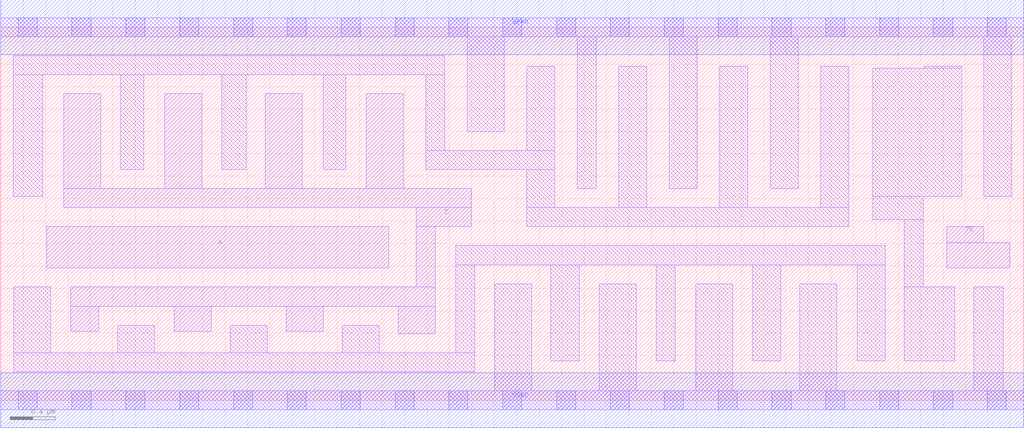
<source format=lef>
# Copyright 2020 The SkyWater PDK Authors
#
# Licensed under the Apache License, Version 2.0 (the "License");
# you may not use this file except in compliance with the License.
# You may obtain a copy of the License at
#
#     https://www.apache.org/licenses/LICENSE-2.0
#
# Unless required by applicable law or agreed to in writing, software
# distributed under the License is distributed on an "AS IS" BASIS,
# WITHOUT WARRANTIES OR CONDITIONS OF ANY KIND, either express or implied.
# See the License for the specific language governing permissions and
# limitations under the License.
#
# SPDX-License-Identifier: Apache-2.0

VERSION 5.7 ;
  NOWIREEXTENSIONATPIN ON ;
  DIVIDERCHAR "/" ;
  BUSBITCHARS "[]" ;
UNITS
  DATABASE MICRONS 200 ;
END UNITS
MACRO sky130_fd_sc_ms__einvp_8
  CLASS CORE ;
  FOREIGN sky130_fd_sc_ms__einvp_8 ;
  ORIGIN  0.000000  0.000000 ;
  SIZE  9.120000 BY  3.330000 ;
  SYMMETRY X Y ;
  SITE unit ;
  PIN A
    ANTENNAGATEAREA  2.500800 ;
    DIRECTION INPUT ;
    USE SIGNAL ;
    PORT
      LAYER li1 ;
        RECT 0.410000 1.180000 3.460000 1.550000 ;
    END
  END A
  PIN TE
    ANTENNAGATEAREA  1.200600 ;
    DIRECTION INPUT ;
    USE SIGNAL ;
    PORT
      LAYER li1 ;
        RECT 8.435000 1.180000 8.995000 1.410000 ;
        RECT 8.435000 1.410000 8.765000 1.550000 ;
    END
  END TE
  PIN Z
    ANTENNADIFFAREA  2.193800 ;
    DIRECTION OUTPUT ;
    USE SIGNAL ;
    PORT
      LAYER li1 ;
        RECT 0.560000 1.720000 4.195000 1.890000 ;
        RECT 0.560000 1.890000 0.890000 2.735000 ;
        RECT 0.625000 0.615000 0.875000 0.840000 ;
        RECT 0.625000 0.840000 3.875000 1.010000 ;
        RECT 1.460000 1.890000 1.790000 2.735000 ;
        RECT 1.545000 0.615000 1.875000 0.840000 ;
        RECT 2.360000 1.890000 2.690000 2.735000 ;
        RECT 2.545000 0.615000 2.875000 0.840000 ;
        RECT 3.260000 1.890000 3.590000 2.735000 ;
        RECT 3.545000 0.595000 3.875000 0.840000 ;
        RECT 3.705000 1.010000 3.875000 1.550000 ;
        RECT 3.705000 1.550000 4.195000 1.720000 ;
    END
  END Z
  PIN VGND
    DIRECTION INOUT ;
    USE GROUND ;
    PORT
      LAYER met1 ;
        RECT 0.000000 -0.245000 9.120000 0.245000 ;
    END
  END VGND
  PIN VPWR
    DIRECTION INOUT ;
    USE POWER ;
    PORT
      LAYER met1 ;
        RECT 0.000000 3.085000 9.120000 3.575000 ;
    END
  END VPWR
  OBS
    LAYER li1 ;
      RECT 0.000000 -0.085000 9.120000 0.085000 ;
      RECT 0.000000  3.245000 9.120000 3.415000 ;
      RECT 0.110000  1.820000 0.375000 2.905000 ;
      RECT 0.110000  2.905000 3.960000 3.075000 ;
      RECT 0.115000  0.255000 4.225000 0.425000 ;
      RECT 0.115000  0.425000 0.445000 1.010000 ;
      RECT 1.045000  0.425000 1.375000 0.670000 ;
      RECT 1.070000  2.060000 1.275000 2.905000 ;
      RECT 1.970000  2.060000 2.190000 2.905000 ;
      RECT 2.045000  0.425000 2.375000 0.670000 ;
      RECT 2.875000  2.060000 3.075000 2.905000 ;
      RECT 3.045000  0.425000 3.375000 0.670000 ;
      RECT 3.790000  2.060000 4.940000 2.230000 ;
      RECT 3.790000  2.230000 3.960000 2.905000 ;
      RECT 4.055000  0.425000 4.225000 1.210000 ;
      RECT 4.055000  1.210000 7.885000 1.380000 ;
      RECT 4.160000  2.400000 4.490000 3.245000 ;
      RECT 4.405000  0.085000 4.735000 1.040000 ;
      RECT 4.690000  1.550000 7.560000 1.720000 ;
      RECT 4.690000  1.720000 4.940000 2.060000 ;
      RECT 4.690000  2.230000 4.940000 2.980000 ;
      RECT 4.905000  0.350000 5.155000 1.210000 ;
      RECT 5.140000  1.890000 5.310000 3.245000 ;
      RECT 5.335000  0.085000 5.665000 1.040000 ;
      RECT 5.510000  1.720000 5.760000 2.980000 ;
      RECT 5.845000  0.350000 6.015000 1.210000 ;
      RECT 5.960000  1.890000 6.210000 3.245000 ;
      RECT 6.195000  0.085000 6.525000 1.040000 ;
      RECT 6.410000  1.720000 6.660000 2.980000 ;
      RECT 6.705000  0.350000 6.955000 1.210000 ;
      RECT 6.860000  1.890000 7.110000 3.245000 ;
      RECT 7.125000  0.085000 7.455000 1.040000 ;
      RECT 7.310000  1.720000 7.560000 2.980000 ;
      RECT 7.635000  0.350000 7.885000 1.210000 ;
      RECT 7.775000  1.615000 8.225000 1.820000 ;
      RECT 7.775000  1.820000 8.565000 2.965000 ;
      RECT 8.055000  0.350000 8.505000 1.010000 ;
      RECT 8.055000  1.010000 8.225000 1.615000 ;
      RECT 8.235000  2.965000 8.565000 2.980000 ;
      RECT 8.675000  0.085000 8.935000 1.010000 ;
      RECT 8.765000  1.820000 9.015000 3.245000 ;
    LAYER mcon ;
      RECT 0.155000 -0.085000 0.325000 0.085000 ;
      RECT 0.155000  3.245000 0.325000 3.415000 ;
      RECT 0.635000 -0.085000 0.805000 0.085000 ;
      RECT 0.635000  3.245000 0.805000 3.415000 ;
      RECT 1.115000 -0.085000 1.285000 0.085000 ;
      RECT 1.115000  3.245000 1.285000 3.415000 ;
      RECT 1.595000 -0.085000 1.765000 0.085000 ;
      RECT 1.595000  3.245000 1.765000 3.415000 ;
      RECT 2.075000 -0.085000 2.245000 0.085000 ;
      RECT 2.075000  3.245000 2.245000 3.415000 ;
      RECT 2.555000 -0.085000 2.725000 0.085000 ;
      RECT 2.555000  3.245000 2.725000 3.415000 ;
      RECT 3.035000 -0.085000 3.205000 0.085000 ;
      RECT 3.035000  3.245000 3.205000 3.415000 ;
      RECT 3.515000 -0.085000 3.685000 0.085000 ;
      RECT 3.515000  3.245000 3.685000 3.415000 ;
      RECT 3.995000 -0.085000 4.165000 0.085000 ;
      RECT 3.995000  3.245000 4.165000 3.415000 ;
      RECT 4.475000 -0.085000 4.645000 0.085000 ;
      RECT 4.475000  3.245000 4.645000 3.415000 ;
      RECT 4.955000 -0.085000 5.125000 0.085000 ;
      RECT 4.955000  3.245000 5.125000 3.415000 ;
      RECT 5.435000 -0.085000 5.605000 0.085000 ;
      RECT 5.435000  3.245000 5.605000 3.415000 ;
      RECT 5.915000 -0.085000 6.085000 0.085000 ;
      RECT 5.915000  3.245000 6.085000 3.415000 ;
      RECT 6.395000 -0.085000 6.565000 0.085000 ;
      RECT 6.395000  3.245000 6.565000 3.415000 ;
      RECT 6.875000 -0.085000 7.045000 0.085000 ;
      RECT 6.875000  3.245000 7.045000 3.415000 ;
      RECT 7.355000 -0.085000 7.525000 0.085000 ;
      RECT 7.355000  3.245000 7.525000 3.415000 ;
      RECT 7.835000 -0.085000 8.005000 0.085000 ;
      RECT 7.835000  3.245000 8.005000 3.415000 ;
      RECT 8.315000 -0.085000 8.485000 0.085000 ;
      RECT 8.315000  3.245000 8.485000 3.415000 ;
      RECT 8.795000 -0.085000 8.965000 0.085000 ;
      RECT 8.795000  3.245000 8.965000 3.415000 ;
  END
END sky130_fd_sc_ms__einvp_8
END LIBRARY

</source>
